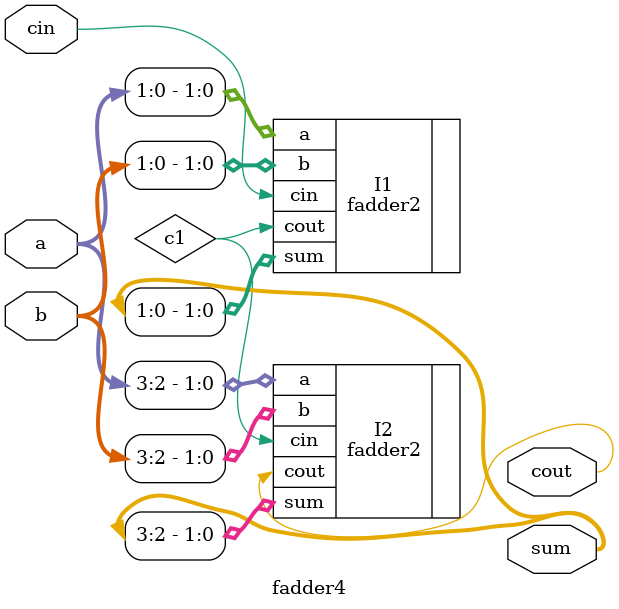
<source format=v>
`timescale 1ns / 1ps


module fadder4(
    input [3:0] a, b,
    input cin,
    output [3:0] sum,
    output cout
    );
    wire c1;
    fadder2 I1(.a(a[1:0]),.b(b[1:0]),.cin(cin),.sum(sum[1:0]),.cout(c1));
    fadder2 I2(.a(a[3:2]),.b(b[3:2]),.cin(c1),.sum(sum[3:2]),.cout(cout));
endmodule
</source>
